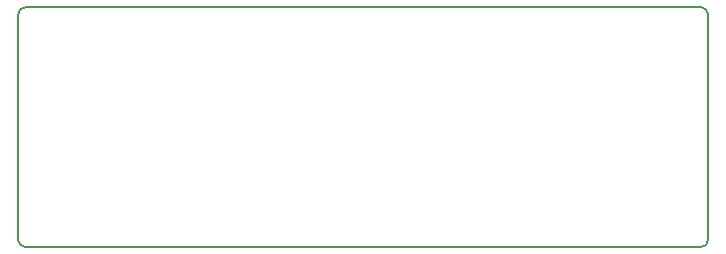
<source format=gko>
G04 DipTrace 3.2.0.1*
G04 WellMonitor.gko*
%MOIN*%
G04 #@! TF.FileFunction,Profile*
G04 #@! TF.Part,Single*
%ADD11C,0.005512*%
%FSLAX26Y26*%
G04*
G70*
G90*
G75*
G01*
G04 BoardOutline*
%LPD*%
X418701Y393701D2*
D11*
X2668701D1*
G03X2693701Y418701I-2J25002D01*
G01*
Y1168701D1*
G03X2668701Y1193701I-25002J-2D01*
G01*
X418701D1*
G03X393701Y1168701I2J-25002D01*
G01*
Y418701D1*
G03X418701Y393701I25002J2D01*
G01*
M02*

</source>
